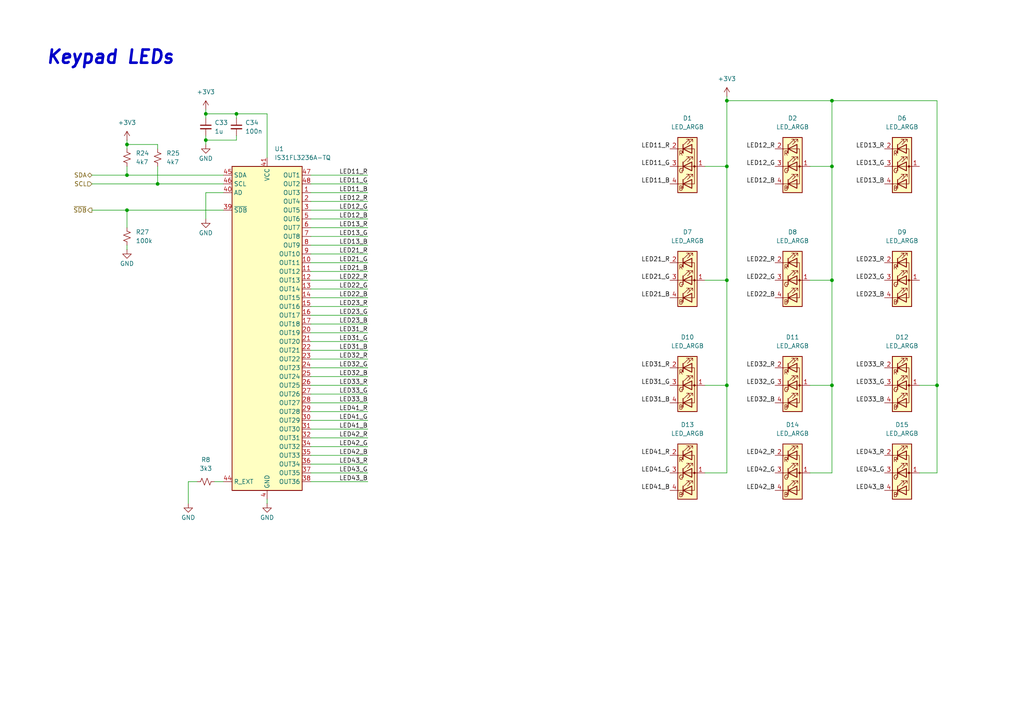
<source format=kicad_sch>
(kicad_sch (version 20250114) (generator "eeschema") (generator_version "9.0")
  (paper "A4")
  (title_block (title "Bluetooth Keypad and USB Hub") (date "2025-12-13") (rev "0") (company "B. Kuhn"))
  (lib_symbols
    (symbol "Device:C_Small" (pin_numbers (hide yes)) (pin_names (offset 0.254) (hide yes))
      (property "Reference" "C" (at 0.254 1.778 0))
      (property "Value" "C_Small" (at 0.254 -2.032 0))
      (symbol "C_Small_0_1"
        (polyline (pts (xy -1.524 0.508) (xy 1.524 0.508)) (stroke (width 0.3048)))
        (polyline (pts (xy -1.524 -0.508) (xy 1.524 -0.508)) (stroke (width 0.3302)))
      )
      (symbol "C_Small_1_1"
        (pin passive line (at 0 2.54 270) (length 2.032) (name "~") (number "1"))
        (pin passive line (at 0 -2.54 90) (length 2.032) (name "~") (number "2"))
      )
    )
    (symbol "Device:D" (pin_numbers (hide yes)) (pin_names (offset 1.016) (hide yes))
      (property "Reference" "D" (at 0 2.54 0))
      (property "Value" "D" (at 0 -2.54 0))
      (symbol "D_0_1"
        (polyline (pts (xy -1.27 1.27) (xy -1.27 -1.27)) (stroke (width 0.254)))
        (polyline (pts (xy 1.27 1.27) (xy 1.27 -1.27) (xy -1.27 0) (xy 1.27 1.27)) (stroke (width 0.254)))
        (polyline (pts (xy 1.27 0) (xy -1.27 0)))
      )
      (symbol "D_1_1"
        (pin passive line (at -3.81 0 0) (length 2.54) (name "K") (number "1"))
        (pin passive line (at 3.81 0 180) (length 2.54) (name "A") (number "2"))
      )
    )
    (symbol "Device:LED_ARGB" (pin_names (offset 0) (hide yes))
      (property "Reference" "D" (at 0 9.398 0))
      (property "Value" "LED_ARGB" (at 0 -8.89 0))
      (symbol "LED_ARGB_0_0"
        (text "R" (at -1.905 3.81 0) (effects (font (size 1.27 1.27))))
        (text "G" (at -1.905 -1.27 0) (effects (font (size 1.27 1.27))))
        (text "B" (at -1.905 -6.35 0) (effects (font (size 1.27 1.27))))
      )
      (symbol "LED_ARGB_0_1"
        (polyline (pts (xy -1.27 6.35) (xy -1.27 3.81)) (stroke (width 0.254)))
        (polyline (pts (xy -1.27 6.35) (xy -1.27 3.81) (xy -1.27 3.81)))
        (polyline (pts (xy -1.27 5.08) (xy -2.54 5.08)))
        (polyline (pts (xy -1.27 5.08) (xy 1.27 5.08)))
        (polyline (pts (xy -1.27 1.27) (xy -1.27 -1.27)) (stroke (width 0.254)))
        (polyline (pts (xy -1.27 1.27) (xy -1.27 -1.27) (xy -1.27 -1.27)))
        (polyline (pts (xy -1.27 0) (xy -2.54 0)))
        (polyline (pts (xy -1.27 -3.81) (xy -1.27 -6.35)) (stroke (width 0.254)))
        (polyline (pts (xy -1.27 -5.08) (xy -2.54 -5.08)))
        (polyline (pts (xy -1.27 -5.08) (xy 1.27 -5.08)))
        (polyline (pts (xy -1.016 6.35) (xy 0.508 7.874) (xy -0.254 7.874) (xy 0.508 7.874) (xy 0.508 7.112)))
        (polyline (pts (xy -1.016 1.27) (xy 0.508 2.794) (xy -0.254 2.794) (xy 0.508 2.794) (xy 0.508 2.032)))
        (polyline (pts (xy -1.016 -3.81) (xy 0.508 -2.286) (xy -0.254 -2.286) (xy 0.508 -2.286) (xy 0.508 -3.048)))
        (polyline (pts (xy 0 6.35) (xy 1.524 7.874) (xy 0.762 7.874) (xy 1.524 7.874) (xy 1.524 7.112)))
        (polyline (pts (xy 0 1.27) (xy 1.524 2.794) (xy 0.762 2.794) (xy 1.524 2.794) (xy 1.524 2.032)))
        (polyline (pts (xy 0 -3.81) (xy 1.524 -2.286) (xy 0.762 -2.286) (xy 1.524 -2.286) (xy 1.524 -3.048)))
        (polyline (pts (xy 1.27 6.35) (xy 1.27 3.81) (xy -1.27 5.08) (xy 1.27 6.35)) (stroke (width 0.254)))
        (rectangle (start 1.27 6.35) (end 1.27 6.35))
        (rectangle (start 1.27 3.81) (end 1.27 6.35))
        (polyline (pts (xy 1.27 1.27) (xy 1.27 -1.27) (xy -1.27 0) (xy 1.27 1.27)) (stroke (width 0.254)))
        (rectangle (start 1.27 1.27) (end 1.27 1.27))
        (polyline (pts (xy 1.27 0) (xy -1.27 0)))
        (polyline (pts (xy 1.27 0) (xy 2.54 0)))
        (rectangle (start 1.27 -1.27) (end 1.27 1.27))
        (polyline (pts (xy 1.27 -3.81) (xy 1.27 -6.35) (xy -1.27 -5.08) (xy 1.27 -3.81)) (stroke (width 0.254)))
        (polyline (pts (xy 1.27 -5.08) (xy 2.032 -5.08) (xy 2.032 5.08) (xy 1.27 5.08)))
        (circle (center 2.032 0) (radius 0.254) (fill (type outline)))
        (rectangle (start 2.794 8.382) (end -2.794 -7.62) (stroke (width 0.254)) (fill (type background)))
      )
      (symbol "LED_ARGB_1_1"
        (pin passive line (at -5.08 5.08 0) (length 2.54) (name "RK") (number "2"))
        (pin passive line (at -5.08 0 0) (length 2.54) (name "GK") (number "3"))
        (pin passive line (at -5.08 -5.08 0) (length 2.54) (name "BK") (number "4"))
        (pin passive line (at 5.08 0 180) (length 2.54) (name "A") (number "1"))
      )
    )
    (symbol "Device:R_Small_US" (pin_numbers (hide yes)) (pin_names (offset 0.254) (hide yes))
      (property "Reference" "R" (at 0.762 0.508 0))
      (property "Value" "R_Small_US" (at 0.762 -1.016 0))
      (symbol "R_Small_US_1_1"
        (polyline (pts (xy 0 1.524) (xy 1.016 1.143) (xy 0 0.762) (xy -1.016 0.381) (xy 0 0)))
        (polyline (pts (xy 0 0) (xy 1.016 -0.381) (xy 0 -0.762) (xy -1.016 -1.143) (xy 0 -1.524)))
        (pin passive line (at 0 2.54 270) (length 1.016) (name "~") (number "1"))
        (pin passive line (at 0 -2.54 90) (length 1.016) (name "~") (number "2"))
      )
    )
    (symbol "Driver_LED:IS31FL3236A-TQ"
      (property "Reference" "U" (at -8.89 46.99 0))
      (property "Value" "IS31FL3236A-TQ" (at 10.16 46.99 0))
      (symbol "IS31FL3236A-TQ_0_1"
        (rectangle (start -10.16 45.72) (end 10.16 -48.26) (stroke (width 0.254)) (fill (type background)))
      )
      (symbol "IS31FL3236A-TQ_1_1"
        (pin open_collector line (at -12.7 43.18 0) (length 2.54) (name "SDA") (number "45"))
        (pin input line (at -12.7 40.64 0) (length 2.54) (name "SCL") (number "46"))
        (pin input line (at -12.7 38.1 0) (length 2.54) (name "AD") (number "40"))
        (pin input line (at -12.7 33.02 0) (length 2.54) (name "~{SDB}") (number "39"))
        (pin passive line (at -12.7 -45.72 0) (length 2.54) (name "R_EXT") (number "44"))
        (pin power_in line (at 0 48.26 270) (length 2.54) (name "VCC") (number "41"))
        (pin passive line (at 0 -50.8 90) (length 2.54) (hide yes) (name "GND") (number "18"))
        (pin passive line (at 0 -50.8 90) (length 2.54) (hide yes) (name "GND") (number "19"))
        (pin passive line (at 0 -50.8 90) (length 2.54) (hide yes) (name "GND") (number "33"))
        (pin power_in line (at 0 -50.8 90) (length 2.54) (name "GND") (number "4"))
        (pin passive line (at 0 -50.8 90) (length 2.54) (hide yes) (name "GND") (number "42"))
        (pin passive line (at 0 -50.8 90) (length 2.54) (hide yes) (name "GND") (number "43"))
        (pin passive line (at 0 -50.8 90) (length 2.54) (hide yes) (name "GND") (number "49"))
        (pin output line (at 12.7 43.18 180) (length 2.54) (name "OUT1") (number "47"))
        (pin output line (at 12.7 40.64 180) (length 2.54) (name "OUT2") (number "48"))
        (pin output line (at 12.7 38.1 180) (length 2.54) (name "OUT3") (number "1"))
        (pin output line (at 12.7 35.56 180) (length 2.54) (name "OUT4") (number "2"))
        (pin output line (at 12.7 33.02 180) (length 2.54) (name "OUT5") (number "3"))
        (pin output line (at 12.7 30.48 180) (length 2.54) (name "OUT6") (number "5"))
        (pin output line (at 12.7 27.94 180) (length 2.54) (name "OUT7") (number "6"))
        (pin output line (at 12.7 25.4 180) (length 2.54) (name "OUT8") (number "7"))
        (pin output line (at 12.7 22.86 180) (length 2.54) (name "OUT9") (number "8"))
        (pin output line (at 12.7 20.32 180) (length 2.54) (name "OUT10") (number "9"))
        (pin output line (at 12.7 17.78 180) (length 2.54) (name "OUT11") (number "10"))
        (pin output line (at 12.7 15.24 180) (length 2.54) (name "OUT12") (number "11"))
        (pin output line (at 12.7 12.7 180) (length 2.54) (name "OUT13") (number "12"))
        (pin output line (at 12.7 10.16 180) (length 2.54) (name "OUT14") (number "13"))
        (pin output line (at 12.7 7.62 180) (length 2.54) (name "OUT15") (number "14"))
        (pin output line (at 12.7 5.08 180) (length 2.54) (name "OUT16") (number "15"))
        (pin output line (at 12.7 2.54 180) (length 2.54) (name "OUT17") (number "16"))
        (pin output line (at 12.7 0 180) (length 2.54) (name "OUT18") (number "17"))
        (pin output line (at 12.7 -2.54 180) (length 2.54) (name "OUT19") (number "20"))
        (pin output line (at 12.7 -5.08 180) (length 2.54) (name "OUT20") (number "21"))
        (pin output line (at 12.7 -7.62 180) (length 2.54) (name "OUT21") (number "22"))
        (pin output line (at 12.7 -10.16 180) (length 2.54) (name "OUT22") (number "23"))
        (pin output line (at 12.7 -12.7 180) (length 2.54) (name "OUT23") (number "24"))
        (pin output line (at 12.7 -15.24 180) (length 2.54) (name "OUT24") (number "25"))
        (pin output line (at 12.7 -17.78 180) (length 2.54) (name "OUT25") (number "26"))
        (pin output line (at 12.7 -20.32 180) (length 2.54) (name "OUT26") (number "27"))
        (pin output line (at 12.7 -22.86 180) (length 2.54) (name "OUT27") (number "28"))
        (pin output line (at 12.7 -25.4 180) (length 2.54) (name "OUT28") (number "29"))
        (pin output line (at 12.7 -27.94 180) (length 2.54) (name "OUT29") (number "30"))
        (pin output line (at 12.7 -30.48 180) (length 2.54) (name "OUT30") (number "31"))
        (pin output line (at 12.7 -33.02 180) (length 2.54) (name "OUT31") (number "32"))
        (pin output line (at 12.7 -35.56 180) (length 2.54) (name "OUT32") (number "34"))
        (pin output line (at 12.7 -38.1 180) (length 2.54) (name "OUT33") (number "35"))
        (pin output line (at 12.7 -40.64 180) (length 2.54) (name "OUT34") (number "36"))
        (pin output line (at 12.7 -43.18 180) (length 2.54) (name "OUT35") (number "37"))
        (pin output line (at 12.7 -45.72 180) (length 2.54) (name "OUT36") (number "38"))
      )
    )
    (symbol "Switch:SW_Push" (pin_numbers (hide yes)) (pin_names (offset 1.016) (hide yes))
      (property "Reference" "SW" (at 1.27 2.54 0))
      (property "Value" "SW_Push" (at 0 -1.524 0))
      (symbol "SW_Push_0_1"
        (circle (center -2.032 0) (radius 0.508))
        (polyline (pts (xy 0 1.27) (xy 0 3.048)))
        (circle (center 2.032 0) (radius 0.508))
        (polyline (pts (xy 2.54 1.27) (xy -2.54 1.27)))
        (pin passive line (at -5.08 0 0) (length 2.54) (name "1") (number "1"))
        (pin passive line (at 5.08 0 180) (length 2.54) (name "2") (number "2"))
      )
    )
    (symbol "power:+3V3" (power) (pin_numbers (hide yes)) (pin_names (offset 0) (hide yes))
      (property "Value" "+3V3" (at 0 3.556 0))
      (symbol "+3V3_0_1"
        (polyline (pts (xy -0.762 1.27) (xy 0 2.54)))
        (polyline (pts (xy 0 2.54) (xy 0.762 1.27)))
        (polyline (pts (xy 0 0) (xy 0 2.54)))
      )
      (symbol "+3V3_1_1"
        (pin power_in line (at 0 0 90) (length 0) (name "~") (number "1"))
      )
    )
    (symbol "power:GND" (power) (pin_numbers (hide yes)) (pin_names (offset 0) (hide yes))
      (property "Value" "GND" (at 0 -3.81 0))
      (symbol "GND_0_1"
        (polyline (pts (xy 0 0) (xy 0 -1.27) (xy 1.27 -1.27) (xy 0 -2.54) (xy -1.27 -1.27) (xy 0 -1.27)))
      )
      (symbol "GND_1_1"
        (pin power_in line (at 0 0 270) (length 0) (name "~") (number "1"))
      )
    )
  )
  (text "Keypad LEDs" (at 13.208 14.478 0) (effects (font (size 3.81 3.81) (thickness 0.762) (bold yes) (italic yes)) (justify left top)))
  (junction (at 271.78 111.76))
  (junction (at 210.82 48.26))
  (junction (at 341.63 55.88))
  (junction (at 59.69 40.64))
  (junction (at 210.82 29.21))
  (junction (at 241.3 48.26))
  (junction (at 36.83 50.8))
  (junction (at 394.97 60.96))
  (junction (at 36.83 60.96))
  (junction (at 241.3 81.28))
  (junction (at 68.58 33.02))
  (junction (at 372.11 55.88))
  (junction (at 425.45 91.44))
  (junction (at 394.97 76.2))
  (junction (at 372.11 40.64))
  (junction (at 210.82 81.28))
  (junction (at 341.63 40.64))
  (junction (at 36.83 41.91))
  (junction (at 425.45 45.72))
  (junction (at 241.3 111.76))
  (junction (at 394.97 91.44))
  (junction (at 210.82 111.76))
  (junction (at 241.3 29.21))
  (junction (at 425.45 60.96))
  (junction (at 59.69 33.02))
  (junction (at 402.59 55.88))
  (junction (at 425.45 76.2))
  (junction (at 372.11 71.12))
  (junction (at 402.59 40.64))
  (junction (at 45.72 53.34))
  (junction (at 394.97 45.72))
  (junction (at 402.59 71.12))
  (junction (at 341.63 71.12))
  (wire (pts (xy 241.3 81.28) (xy 241.3 48.26)))
  (wire (pts (xy 90.17 116.84) (xy 106.68 116.84)))
  (wire (pts (xy 425.45 60.96) (xy 427.99 60.96)))
  (wire (pts (xy 241.3 111.76) (xy 241.3 81.28)))
  (wire (pts (xy 36.83 60.96) (xy 64.77 60.96)))
  (wire (pts (xy 90.17 71.12) (xy 106.68 71.12)))
  (wire (pts (xy 415.29 71.12) (xy 416.56 71.12)))
  (wire (pts (xy 364.49 45.72) (xy 394.97 45.72)))
  (wire (pts (xy 364.49 40.64) (xy 363.22 40.64)))
  (wire (pts (xy 90.17 134.62) (xy 106.68 134.62)))
  (wire (pts (xy 36.83 60.96) (xy 36.83 66.04)))
  (wire (pts (xy 36.83 48.26) (xy 36.83 50.8)))
  (wire (pts (xy 45.72 41.91) (xy 45.72 43.18)))
  (wire (pts (xy 394.97 91.44) (xy 425.45 91.44)))
  (wire (pts (xy 90.17 101.6) (xy 106.68 101.6)))
  (wire (pts (xy 90.17 109.22) (xy 106.68 109.22)))
  (wire (pts (xy 90.17 121.92) (xy 106.68 121.92)))
  (wire (pts (xy 394.97 55.88) (xy 394.97 60.96)))
  (wire (pts (xy 68.58 40.64) (xy 59.69 40.64)))
  (wire (pts (xy 364.49 55.88) (xy 364.49 60.96)))
  (wire (pts (xy 425.45 45.72) (xy 427.99 45.72)))
  (wire (pts (xy 234.95 111.76) (xy 241.3 111.76)))
  (wire (pts (xy 204.47 81.28) (xy 210.82 81.28)))
  (wire (pts (xy 77.47 33.02) (xy 68.58 33.02)))
  (wire (pts (xy 271.78 29.21) (xy 271.78 111.76)))
  (wire (pts (xy 372.11 55.88) (xy 372.11 40.64)))
  (wire (pts (xy 364.49 60.96) (xy 394.97 60.96)))
  (wire (pts (xy 372.11 55.88) (xy 374.65 55.88)))
  (wire (pts (xy 364.49 55.88) (xy 363.22 55.88)))
  (wire (pts (xy 425.45 91.44) (xy 427.99 91.44)))
  (wire (pts (xy 26.67 50.8) (xy 36.83 50.8)))
  (wire (pts (xy 341.63 40.64) (xy 341.63 55.88)))
  (wire (pts (xy 36.83 41.91) (xy 36.83 40.64)))
  (wire (pts (xy 372.11 40.64) (xy 374.65 40.64)))
  (wire (pts (xy 90.17 76.2) (xy 106.68 76.2)))
  (wire (pts (xy 364.49 86.36) (xy 364.49 91.44)))
  (wire (pts (xy 90.17 132.08) (xy 106.68 132.08)))
  (wire (pts (xy 59.69 39.37) (xy 59.69 40.64)))
  (wire (pts (xy 204.47 111.76) (xy 210.82 111.76)))
  (wire (pts (xy 393.7 55.88) (xy 394.97 55.88)))
  (wire (pts (xy 364.49 86.36) (xy 363.22 86.36)))
  (wire (pts (xy 393.7 40.64) (xy 394.97 40.64)))
  (wire (pts (xy 425.45 86.36) (xy 425.45 91.44)))
  (wire (pts (xy 90.17 106.68) (xy 106.68 106.68)))
  (wire (pts (xy 90.17 99.06) (xy 106.68 99.06)))
  (wire (pts (xy 402.59 71.12) (xy 402.59 86.36)))
  (wire (pts (xy 77.47 45.72) (xy 77.47 33.02)))
  (wire (pts (xy 26.67 53.34) (xy 45.72 53.34)))
  (wire (pts (xy 62.23 139.7) (xy 64.77 139.7)))
  (wire (pts (xy 341.63 55.88) (xy 341.63 71.12)))
  (wire (pts (xy 210.82 27.94) (xy 210.82 29.21)))
  (wire (pts (xy 393.7 71.12) (xy 394.97 71.12)))
  (wire (pts (xy 59.69 31.75) (xy 59.69 33.02)))
  (wire (pts (xy 341.63 40.64) (xy 344.17 40.64)))
  (wire (pts (xy 341.63 55.88) (xy 344.17 55.88)))
  (wire (pts (xy 415.29 55.88) (xy 416.56 55.88)))
  (wire (pts (xy 59.69 55.88) (xy 59.69 63.5)))
  (wire (pts (xy 90.17 81.28) (xy 106.68 81.28)))
  (wire (pts (xy 341.63 71.12) (xy 341.63 86.36)))
  (wire (pts (xy 90.17 104.14) (xy 106.68 104.14)))
  (wire (pts (xy 204.47 137.16) (xy 210.82 137.16)))
  (wire (pts (xy 90.17 63.5) (xy 106.68 63.5)))
  (wire (pts (xy 90.17 96.52) (xy 106.68 96.52)))
  (wire (pts (xy 271.78 111.76) (xy 271.78 137.16)))
  (wire (pts (xy 90.17 60.96) (xy 106.68 60.96)))
  (wire (pts (xy 90.17 119.38) (xy 106.68 119.38)))
  (wire (pts (xy 354.33 40.64) (xy 355.6 40.64)))
  (wire (pts (xy 354.33 86.36) (xy 355.6 86.36)))
  (wire (pts (xy 90.17 88.9) (xy 106.68 88.9)))
  (wire (pts (xy 394.97 60.96) (xy 425.45 60.96)))
  (wire (pts (xy 90.17 86.36) (xy 106.68 86.36)))
  (wire (pts (xy 364.49 71.12) (xy 363.22 71.12)))
  (wire (pts (xy 425.45 55.88) (xy 425.45 60.96)))
  (wire (pts (xy 90.17 91.44) (xy 106.68 91.44)))
  (wire (pts (xy 354.33 71.12) (xy 355.6 71.12)))
  (wire (pts (xy 394.97 71.12) (xy 394.97 76.2)))
  (wire (pts (xy 90.17 53.34) (xy 106.68 53.34)))
  (wire (pts (xy 364.49 40.64) (xy 364.49 45.72)))
  (wire (pts (xy 90.17 139.7) (xy 106.68 139.7)))
  (wire (pts (xy 402.59 24.13) (xy 403.86 24.13)))
  (wire (pts (xy 90.17 83.82) (xy 106.68 83.82)))
  (wire (pts (xy 90.17 111.76) (xy 106.68 111.76)))
  (wire (pts (xy 364.49 76.2) (xy 394.97 76.2)))
  (wire (pts (xy 266.7 111.76) (xy 271.78 111.76)))
  (wire (pts (xy 425.45 71.12) (xy 425.45 76.2)))
  (wire (pts (xy 90.17 93.98) (xy 106.68 93.98)))
  (wire (pts (xy 36.83 50.8) (xy 64.77 50.8)))
  (wire (pts (xy 372.11 40.64) (xy 372.11 24.13)))
  (wire (pts (xy 210.82 48.26) (xy 210.82 29.21)))
  (wire (pts (xy 402.59 86.36) (xy 405.13 86.36)))
  (wire (pts (xy 364.49 91.44) (xy 394.97 91.44)))
  (wire (pts (xy 241.3 137.16) (xy 241.3 111.76)))
  (wire (pts (xy 90.17 137.16) (xy 106.68 137.16)))
  (wire (pts (xy 402.59 55.88) (xy 405.13 55.88)))
  (wire (pts (xy 90.17 73.66) (xy 106.68 73.66)))
  (wire (pts (xy 394.97 76.2) (xy 425.45 76.2)))
  (wire (pts (xy 68.58 33.02) (xy 59.69 33.02)))
  (wire (pts (xy 384.81 40.64) (xy 386.08 40.64)))
  (wire (pts (xy 77.47 144.78) (xy 77.47 146.05)))
  (wire (pts (xy 364.49 71.12) (xy 364.49 76.2)))
  (wire (pts (xy 54.61 139.7) (xy 57.15 139.7)))
  (wire (pts (xy 424.18 55.88) (xy 425.45 55.88)))
  (wire (pts (xy 372.11 86.36) (xy 374.65 86.36)))
  (wire (pts (xy 372.11 71.12) (xy 372.11 86.36)))
  (wire (pts (xy 234.95 48.26) (xy 241.3 48.26)))
  (wire (pts (xy 372.11 24.13) (xy 373.38 24.13)))
  (wire (pts (xy 241.3 48.26) (xy 241.3 29.21)))
  (wire (pts (xy 204.47 48.26) (xy 210.82 48.26)))
  (wire (pts (xy 90.17 78.74) (xy 106.68 78.74)))
  (wire (pts (xy 26.67 60.96) (xy 36.83 60.96)))
  (wire (pts (xy 424.18 71.12) (xy 425.45 71.12)))
  (wire (pts (xy 341.63 86.36) (xy 344.17 86.36)))
  (wire (pts (xy 90.17 58.42) (xy 106.68 58.42)))
  (wire (pts (xy 271.78 137.16) (xy 266.7 137.16)))
  (wire (pts (xy 384.81 55.88) (xy 386.08 55.88)))
  (wire (pts (xy 210.82 29.21) (xy 241.3 29.21)))
  (wire (pts (xy 59.69 55.88) (xy 64.77 55.88)))
  (wire (pts (xy 402.59 55.88) (xy 402.59 40.64)))
  (wire (pts (xy 415.29 40.64) (xy 416.56 40.64)))
  (wire (pts (xy 341.63 24.13) (xy 342.9 24.13)))
  (wire (pts (xy 393.7 86.36) (xy 394.97 86.36)))
  (wire (pts (xy 394.97 40.64) (xy 394.97 45.72)))
  (wire (pts (xy 210.82 81.28) (xy 210.82 48.26)))
  (wire (pts (xy 54.61 146.05) (xy 54.61 139.7)))
  (wire (pts (xy 425.45 40.64) (xy 425.45 45.72)))
  (wire (pts (xy 68.58 33.02) (xy 68.58 34.29)))
  (wire (pts (xy 372.11 71.12) (xy 374.65 71.12)))
  (wire (pts (xy 36.83 71.12) (xy 36.83 72.39)))
  (wire (pts (xy 90.17 127) (xy 106.68 127)))
  (wire (pts (xy 415.29 86.36) (xy 416.56 86.36)))
  (wire (pts (xy 354.33 55.88) (xy 355.6 55.88)))
  (wire (pts (xy 341.63 24.13) (xy 341.63 40.64)))
  (wire (pts (xy 45.72 48.26) (xy 45.72 53.34)))
  (wire (pts (xy 45.72 41.91) (xy 36.83 41.91)))
  (wire (pts (xy 90.17 68.58) (xy 106.68 68.58)))
  (wire (pts (xy 425.45 76.2) (xy 427.99 76.2)))
  (wire (pts (xy 241.3 29.21) (xy 271.78 29.21)))
  (wire (pts (xy 90.17 114.3) (xy 106.68 114.3)))
  (wire (pts (xy 424.18 40.64) (xy 425.45 40.64)))
  (wire (pts (xy 90.17 66.04) (xy 106.68 66.04)))
  (wire (pts (xy 402.59 40.64) (xy 402.59 24.13)))
  (wire (pts (xy 90.17 124.46) (xy 106.68 124.46)))
  (wire (pts (xy 59.69 33.02) (xy 59.69 34.29)))
  (wire (pts (xy 90.17 55.88) (xy 106.68 55.88)))
  (wire (pts (xy 68.58 39.37) (xy 68.58 40.64)))
  (wire (pts (xy 210.82 111.76) (xy 210.82 81.28)))
  (wire (pts (xy 384.81 71.12) (xy 386.08 71.12)))
  (wire (pts (xy 36.83 41.91) (xy 36.83 43.18)))
  (wire (pts (xy 59.69 40.64) (xy 59.69 41.91)))
  (wire (pts (xy 394.97 45.72) (xy 425.45 45.72)))
  (wire (pts (xy 424.18 86.36) (xy 425.45 86.36)))
  (wire (pts (xy 394.97 86.36) (xy 394.97 91.44)))
  (wire (pts (xy 90.17 50.8) (xy 106.68 50.8)))
  (wire (pts (xy 210.82 137.16) (xy 210.82 111.76)))
  (wire (pts (xy 402.59 71.12) (xy 402.59 55.88)))
  (wire (pts (xy 234.95 137.16) (xy 241.3 137.16)))
  (wire (pts (xy 45.72 53.34) (xy 64.77 53.34)))
  (wire (pts (xy 402.59 71.12) (xy 405.13 71.12)))
  (wire (pts (xy 372.11 71.12) (xy 372.11 55.88)))
  (wire (pts (xy 402.59 40.64) (xy 405.13 40.64)))
  (wire (pts (xy 384.81 86.36) (xy 386.08 86.36)))
  (wire (pts (xy 90.17 129.54) (xy 106.68 129.54)))
  (wire (pts (xy 234.95 81.28) (xy 241.3 81.28)))
  (wire (pts (xy 341.63 71.12) (xy 344.17 71.12)))
  (label "LED41_R" (at 194.31 132.08 180))
  (label "LED33_G" (at 256.54 111.76 180))
  (label "LED22_B" (at 106.68 86.36 180))
  (label "LED13_G" (at 256.54 48.26 180))
  (label "LED31_G" (at 106.68 99.06 180))
  (label "LED23_G" (at 106.68 91.44 180))
  (label "LED33_R" (at 256.54 106.68 180))
  (label "LED23_B" (at 106.68 93.98 180))
  (label "LED21_G" (at 194.31 81.28 180))
  (label "LED33_B" (at 106.68 116.84 180))
  (label "LED41_B" (at 106.68 124.46 180))
  (label "LED42_R" (at 106.68 127 180))
  (label "LED21_B" (at 106.68 78.74 180))
  (label "LED21_R" (at 194.31 76.2 180))
  (label "LED31_B" (at 194.31 116.84 180))
  (label "LED21_B" (at 194.31 86.36 180))
  (label "LED22_G" (at 106.68 83.82 180))
  (label "LED43_G" (at 106.68 137.16 180))
  (label "LED32_G" (at 106.68 106.68 180))
  (label "LED42_G" (at 224.79 137.16 180))
  (label "LED43_R" (at 106.68 134.62 180))
  (label "LED11_G" (at 194.31 48.26 180))
  (label "LED33_R" (at 106.68 111.76 180))
  (label "LED21_G" (at 106.68 76.2 180))
  (label "LED41_B" (at 194.31 142.24 180))
  (label "LED23_R" (at 256.54 76.2 180))
  (label "LED12_R" (at 224.79 43.18 180))
  (label "LED23_G" (at 256.54 81.28 180))
  (label "LED43_B" (at 256.54 142.24 180))
  (label "LED12_G" (at 106.68 60.96 180))
  (label "LED11_G" (at 106.68 53.34 180))
  (label "LED11_R" (at 106.68 50.8 180))
  (label "LED12_R" (at 106.68 58.42 180))
  (label "LED21_R" (at 106.68 73.66 180))
  (label "LED33_B" (at 256.54 116.84 180))
  (label "LED31_R" (at 106.68 96.52 180))
  (label "LED41_R" (at 106.68 119.38 180))
  (label "LED13_G" (at 106.68 68.58 180))
  (label "LED32_G" (at 224.79 111.76 180))
  (label "LED12_B" (at 224.79 53.34 180))
  (label "LED41_G" (at 106.68 121.92 180))
  (label "LED42_R" (at 224.79 132.08 180))
  (label "LED13_R" (at 256.54 43.18 180))
  (label "LED12_B" (at 106.68 63.5 180))
  (label "LED13_B" (at 256.54 53.34 180))
  (label "LED22_B" (at 224.79 86.36 180))
  (label "LED13_R" (at 106.68 66.04 180))
  (label "LED43_B" (at 106.68 139.7 180))
  (label "LED32_R" (at 224.79 106.68 180))
  (label "LED13_B" (at 106.68 71.12 180))
  (label "LED12_G" (at 224.79 48.26 180))
  (label "LED22_R" (at 106.68 81.28 180))
  (label "LED43_R" (at 256.54 132.08 180))
  (label "LED11_B" (at 194.31 53.34 180))
  (label "LED22_R" (at 224.79 76.2 180))
  (label "LED42_B" (at 106.68 132.08 180))
  (label "LED23_R" (at 106.68 88.9 180))
  (label "LED42_G" (at 106.68 129.54 180))
  (label "LED42_B" (at 224.79 142.24 180))
  (label "LED11_R" (at 194.31 43.18 180))
  (label "LED31_R" (at 194.31 106.68 180))
  (label "LED32_B" (at 224.79 116.84 180))
  (label "LED32_B" (at 106.68 109.22 180))
  (label "LED31_G" (at 194.31 111.76 180))
  (label "LED32_R" (at 106.68 104.14 180))
  (label "LED41_G" (at 194.31 137.16 180))
  (label "LED23_B" (at 256.54 86.36 180))
  (label "LED22_G" (at 224.79 81.28 180))
  (label "LED11_B" (at 106.68 55.88 180))
  (label "LED33_G" (at 106.68 114.3 180))
  (label "LED31_B" (at 106.68 101.6 180))
  (label "LED43_G" (at 256.54 137.16 180))
  (hierarchical_label "KEYP_COL1" (shape output) (at 342.9 24.13 0))
  (hierarchical_label "KEYP_COL3" (shape output) (at 403.86 24.13 0))
  (hierarchical_label "KEYP_ROW3" (shape output) (at 427.99 76.2 0))
  (hierarchical_label "SCL" (shape input) (at 26.67 53.34 180))
  (hierarchical_label "KEYP_ROW2" (shape output) (at 427.99 60.96 0))
  (hierarchical_label "KEYP_ROW1" (shape output) (at 427.99 45.72 0))
  (hierarchical_label "KEYP_ROW4" (shape output) (at 427.99 91.44 0))
  (hierarchical_label "KEYP_COL2" (shape output) (at 373.38 24.13 0))
  (hierarchical_label "SDA" (shape bidirectional) (at 26.67 50.8 180))
  (hierarchical_label "~{SDB}" (shape output) (at 26.67 60.96 180))
  (symbol (lib_id "Device:D") (at 389.89 40.64 180) (unit 1)
    (property "Reference" "D18" (at 389.89 34.29 0))
    (property "Value" "D" (at 389.89 36.83 0))
    (property "Description" "Diode" (effects (hide yes)))
    (property "Sim.Device" "D" (effects (hide yes)))
    (property "Sim.Pins" "1=K 2=A" (effects (hide yes)))
  )
  (symbol (lib_id "power:+3V3") (at 210.82 27.94 0) (unit 1)
    (property "Reference" "#PWR025" (effects (hide yes)))
    (property "Value" "+3V3" (at 210.82 22.86 0))
    (property "Description" "Power symbol creates a global label with name \"+3V3\"" (effects (hide yes)))
  )
  (symbol (lib_id "power:GND") (at 36.83 72.39 0) (unit 1)
    (property "Reference" "#PWR060" (effects (hide yes)))
    (property "Value" "GND" (at 36.83 76.454 0))
    (property "Description" "Power symbol creates a global label with name \"GND\" , ground" (effects (hide yes)))
  )
  (symbol (lib_id "Device:D") (at 389.89 55.88 180) (unit 1)
    (property "Reference" "D21" (at 389.89 49.53 0))
    (property "Value" "D" (at 389.89 52.07 0))
    (property "Description" "Diode" (effects (hide yes)))
    (property "Sim.Device" "D" (effects (hide yes)))
    (property "Sim.Pins" "1=K 2=A" (effects (hide yes)))
  )
  (symbol (lib_id "Switch:SW_Push") (at 349.25 40.64 0) (unit 1)
    (property "Reference" "SW2" (at 349.25 33.02 0))
    (property "Value" "SW_Push" (at 349.25 35.56 0))
    (property "Description" "Push button switch, generic, two pins" (effects (hide yes)))
  )
  (symbol (lib_id "Switch:SW_Push") (at 349.25 55.88 0) (unit 1)
    (property "Reference" "SW5" (at 349.25 48.26 0))
    (property "Value" "SW_Push" (at 349.25 50.8 0))
    (property "Description" "Push button switch, generic, two pins" (effects (hide yes)))
  )
  (symbol (lib_id "Device:C_Small") (at 59.69 36.83 0) (unit 1)
    (property "Reference" "C33" (at 62.23 35.5662 0) (effects (justify left)))
    (property "Value" "1u" (at 62.23 38.1062 0) (effects (justify left)))
    (property "Description" "Unpolarized capacitor, small symbol" (effects (hide yes)))
  )
  (symbol (lib_id "Device:LED_ARGB") (at 261.62 137.16 0) (unit 1)
    (property "Reference" "D15" (at 261.62 123.19 0))
    (property "Value" "LED_ARGB" (at 261.62 125.73 0))
    (property "Description" "RGB LED, anode/red/green/blue" (effects (hide yes)))
  )
  (symbol (lib_id "Device:LED_ARGB") (at 199.39 111.76 0) (unit 1)
    (property "Reference" "D10" (at 199.39 97.79 0))
    (property "Value" "LED_ARGB" (at 199.39 100.33 0))
    (property "Description" "RGB LED, anode/red/green/blue" (effects (hide yes)))
  )
  (symbol (lib_id "Switch:SW_Push") (at 379.73 40.64 0) (unit 1)
    (property "Reference" "SW3" (at 379.73 33.02 0))
    (property "Value" "SW_Push" (at 379.73 35.56 0))
    (property "Description" "Push button switch, generic, two pins" (effects (hide yes)))
  )
  (symbol (lib_id "Device:D") (at 359.41 86.36 180) (unit 1)
    (property "Reference" "D26" (at 359.41 80.01 0))
    (property "Value" "D" (at 359.41 82.55 0))
    (property "Description" "Diode" (effects (hide yes)))
    (property "Sim.Device" "D" (effects (hide yes)))
    (property "Sim.Pins" "1=K 2=A" (effects (hide yes)))
  )
  (symbol (lib_id "Device:D") (at 389.89 71.12 180) (unit 1)
    (property "Reference" "D24" (at 389.89 64.77 0))
    (property "Value" "D" (at 389.89 67.31 0))
    (property "Description" "Diode" (effects (hide yes)))
    (property "Sim.Device" "D" (effects (hide yes)))
    (property "Sim.Pins" "1=K 2=A" (effects (hide yes)))
  )
  (symbol (lib_id "Switch:SW_Push") (at 379.73 55.88 0) (unit 1)
    (property "Reference" "SW6" (at 379.73 48.26 0))
    (property "Value" "SW_Push" (at 379.73 50.8 0))
    (property "Description" "Push button switch, generic, two pins" (effects (hide yes)))
  )
  (symbol (lib_id "Switch:SW_Push") (at 410.21 55.88 0) (unit 1)
    (property "Reference" "SW7" (at 410.21 48.26 0))
    (property "Value" "SW_Push" (at 410.21 50.8 0))
    (property "Description" "Push button switch, generic, two pins" (effects (hide yes)))
  )
  (symbol (lib_id "Device:D") (at 420.37 71.12 180) (unit 1)
    (property "Reference" "D25" (at 420.37 64.77 0))
    (property "Value" "D" (at 420.37 67.31 0))
    (property "Description" "Diode" (effects (hide yes)))
    (property "Sim.Device" "D" (effects (hide yes)))
    (property "Sim.Pins" "1=K 2=A" (effects (hide yes)))
  )
  (symbol (lib_id "Device:LED_ARGB") (at 199.39 137.16 0) (unit 1)
    (property "Reference" "D13" (at 199.39 123.19 0))
    (property "Value" "LED_ARGB" (at 199.39 125.73 0))
    (property "Description" "RGB LED, anode/red/green/blue" (effects (hide yes)))
  )
  (symbol (lib_id "Device:LED_ARGB") (at 229.87 137.16 0) (unit 1)
    (property "Reference" "D14" (at 229.87 123.19 0))
    (property "Value" "LED_ARGB" (at 229.87 125.73 0))
    (property "Description" "RGB LED, anode/red/green/blue" (effects (hide yes)))
  )
  (symbol (lib_id "Device:LED_ARGB") (at 229.87 111.76 0) (unit 1)
    (property "Reference" "D11" (at 229.87 97.79 0))
    (property "Value" "LED_ARGB" (at 229.87 100.33 0))
    (property "Description" "RGB LED, anode/red/green/blue" (effects (hide yes)))
  )
  (symbol (lib_id "Switch:SW_Push") (at 379.73 71.12 0) (unit 1)
    (property "Reference" "SW9" (at 379.73 63.5 0))
    (property "Value" "SW_Push" (at 379.73 66.04 0))
    (property "Description" "Push button switch, generic, two pins" (effects (hide yes)))
  )
  (symbol (lib_id "Device:D") (at 359.41 40.64 180) (unit 1)
    (property "Reference" "D17" (at 359.41 34.29 0))
    (property "Value" "D" (at 359.41 36.83 0))
    (property "Description" "Diode" (effects (hide yes)))
    (property "Sim.Device" "D" (effects (hide yes)))
    (property "Sim.Pins" "1=K 2=A" (effects (hide yes)))
  )
  (symbol (lib_id "Switch:SW_Push") (at 349.25 71.12 0) (unit 1)
    (property "Reference" "SW8" (at 349.25 63.5 0))
    (property "Value" "SW_Push" (at 349.25 66.04 0))
    (property "Description" "Push button switch, generic, two pins" (effects (hide yes)))
  )
  (symbol (lib_id "Driver_LED:IS31FL3236A-TQ") (at 77.47 93.98 0) (unit 1)
    (property "Reference" "U1" (at 79.6133 43.18 0) (effects (justify left)))
    (property "Value" "IS31FL3236A-TQ" (at 79.6133 45.72 0) (effects (justify left)))
    (property "Footprint" "Package_QFP:TQFP-48-1EP_7x7mm_P0.5mm_EP4.11x4.11mm" (effects (hide yes)))
    (property "Datasheet" "https://www.lumissil.com/assets/pdf/core/IS31FL3236A_DS.pdf" (effects (hide yes)))
    (property "Description" "36 LED matrix driver with 8-bit PWM, 3kHz/22kHz, eTQFP-48" (effects (hide yes)))
  )
  (symbol (lib_id "Device:LED_ARGB") (at 199.39 81.28 0) (unit 1)
    (property "Reference" "D7" (at 199.39 67.31 0))
    (property "Value" "LED_ARGB" (at 199.39 69.85 0))
    (property "Description" "RGB LED, anode/red/green/blue" (effects (hide yes)))
  )
  (symbol (lib_id "Device:LED_ARGB") (at 199.39 48.26 0) (unit 1)
    (property "Reference" "D1" (at 199.39 34.29 0))
    (property "Value" "LED_ARGB" (at 199.39 36.83 0))
    (property "Description" "RGB LED, anode/red/green/blue" (effects (hide yes)))
  )
  (symbol (lib_id "Device:R_Small_US") (at 36.83 45.72 0) (unit 1)
    (property "Reference" "R24" (at 39.37 44.4499 0) (effects (justify left)))
    (property "Value" "4k7" (at 39.37 46.9899 0) (effects (justify left)))
    (property "Description" "Resistor, small US symbol" (effects (hide yes)))
  )
  (symbol (lib_id "Device:D") (at 359.41 55.88 180) (unit 1)
    (property "Reference" "D20" (at 359.41 49.53 0))
    (property "Value" "D" (at 359.41 52.07 0))
    (property "Description" "Diode" (effects (hide yes)))
    (property "Sim.Device" "D" (effects (hide yes)))
    (property "Sim.Pins" "1=K 2=A" (effects (hide yes)))
  )
  (symbol (lib_id "Device:LED_ARGB") (at 229.87 81.28 0) (unit 1)
    (property "Reference" "D8" (at 229.87 67.31 0))
    (property "Value" "LED_ARGB" (at 229.87 69.85 0))
    (property "Description" "RGB LED, anode/red/green/blue" (effects (hide yes)))
  )
  (symbol (lib_id "power:+3V3") (at 36.83 40.64 0) (unit 1)
    (property "Reference" "#PWR061" (effects (hide yes)))
    (property "Value" "+3V3" (at 36.83 35.56 0))
    (property "Description" "Power symbol creates a global label with name \"+3V3\"" (effects (hide yes)))
  )
  (symbol (lib_id "Device:R_Small_US") (at 59.69 139.7 270) (unit 1)
    (property "Reference" "R8" (at 59.69 133.35 90))
    (property "Value" "3k3" (at 59.69 135.89 90))
    (property "Description" "Resistor, small US symbol" (effects (hide yes)))
  )
  (symbol (lib_id "Device:R_Small_US") (at 36.83 68.58 0) (unit 1)
    (property "Reference" "R27" (at 39.37 67.3099 0) (effects (justify left)))
    (property "Value" "100k" (at 39.37 69.8499 0) (effects (justify left)))
    (property "Description" "Resistor, small US symbol" (effects (hide yes)))
  )
  (symbol (lib_id "power:+3V3") (at 59.69 31.75 0) (unit 1)
    (property "Reference" "#PWR056" (effects (hide yes)))
    (property "Value" "+3V3" (at 59.69 26.67 0))
    (property "Description" "Power symbol creates a global label with name \"+3V3\"" (effects (hide yes)))
  )
  (symbol (lib_id "Device:D") (at 420.37 40.64 180) (unit 1)
    (property "Reference" "D19" (at 420.37 34.29 0))
    (property "Value" "D" (at 420.37 36.83 0))
    (property "Description" "Diode" (effects (hide yes)))
    (property "Sim.Device" "D" (effects (hide yes)))
    (property "Sim.Pins" "1=K 2=A" (effects (hide yes)))
  )
  (symbol (lib_id "Switch:SW_Push") (at 410.21 86.36 0) (unit 1)
    (property "Reference" "SW13" (at 410.21 78.74 0))
    (property "Value" "SW_Push" (at 410.21 81.28 0))
    (property "Description" "Push button switch, generic, two pins" (effects (hide yes)))
  )
  (symbol (lib_id "Switch:SW_Push") (at 410.21 71.12 0) (unit 1)
    (property "Reference" "SW10" (at 410.21 63.5 0))
    (property "Value" "SW_Push" (at 410.21 66.04 0))
    (property "Description" "Push button switch, generic, two pins" (effects (hide yes)))
  )
  (symbol (lib_id "power:GND") (at 59.69 41.91 0) (unit 1)
    (property "Reference" "#PWR057" (effects (hide yes)))
    (property "Value" "GND" (at 59.69 45.974 0))
    (property "Description" "Power symbol creates a global label with name \"GND\" , ground" (effects (hide yes)))
  )
  (symbol (lib_id "power:GND") (at 54.61 146.05 0) (unit 1)
    (property "Reference" "#PWR024" (effects (hide yes)))
    (property "Value" "GND" (at 54.61 150.114 0))
    (property "Description" "Power symbol creates a global label with name \"GND\" , ground" (effects (hide yes)))
  )
  (symbol (lib_id "Switch:SW_Push") (at 410.21 40.64 0) (unit 1)
    (property "Reference" "SW4" (at 410.21 33.02 0))
    (property "Value" "SW_Push" (at 410.21 35.56 0))
    (property "Description" "Push button switch, generic, two pins" (effects (hide yes)))
  )
  (symbol (lib_id "Device:D") (at 359.41 71.12 180) (unit 1)
    (property "Reference" "D23" (at 359.41 64.77 0))
    (property "Value" "D" (at 359.41 67.31 0))
    (property "Description" "Diode" (effects (hide yes)))
    (property "Sim.Device" "D" (effects (hide yes)))
    (property "Sim.Pins" "1=K 2=A" (effects (hide yes)))
  )
  (symbol (lib_id "Device:C_Small") (at 68.58 36.83 0) (unit 1)
    (property "Reference" "C34" (at 71.12 35.5662 0) (effects (justify left)))
    (property "Value" "100n" (at 71.12 38.1062 0) (effects (justify left)))
    (property "Description" "Unpolarized capacitor, small symbol" (effects (hide yes)))
  )
  (symbol (lib_id "Device:LED_ARGB") (at 261.62 81.28 0) (unit 1)
    (property "Reference" "D9" (at 261.62 67.31 0))
    (property "Value" "LED_ARGB" (at 261.62 69.85 0))
    (property "Description" "RGB LED, anode/red/green/blue" (effects (hide yes)))
  )
  (symbol (lib_id "Device:D") (at 420.37 86.36 180) (unit 1)
    (property "Reference" "D28" (at 420.37 80.01 0))
    (property "Value" "D" (at 420.37 82.55 0))
    (property "Description" "Diode" (effects (hide yes)))
    (property "Sim.Device" "D" (effects (hide yes)))
    (property "Sim.Pins" "1=K 2=A" (effects (hide yes)))
  )
  (symbol (lib_id "Device:LED_ARGB") (at 261.62 48.26 0) (unit 1)
    (property "Reference" "D6" (at 261.62 34.29 0))
    (property "Value" "LED_ARGB" (at 261.62 36.83 0))
    (property "Description" "RGB LED, anode/red/green/blue" (effects (hide yes)))
  )
  (symbol (lib_id "Switch:SW_Push") (at 379.73 86.36 0) (unit 1)
    (property "Reference" "SW12" (at 379.73 78.74 0))
    (property "Value" "SW_Push" (at 379.73 81.28 0))
    (property "Description" "Push button switch, generic, two pins" (effects (hide yes)))
  )
  (symbol (lib_id "Switch:SW_Push") (at 349.25 86.36 0) (unit 1)
    (property "Reference" "SW11" (at 349.25 78.74 0))
    (property "Value" "SW_Push" (at 349.25 81.28 0))
    (property "Description" "Push button switch, generic, two pins" (effects (hide yes)))
  )
  (symbol (lib_id "power:GND") (at 77.47 146.05 0) (unit 1)
    (property "Reference" "#PWR023" (effects (hide yes)))
    (property "Value" "GND" (at 77.47 150.114 0))
    (property "Description" "Power symbol creates a global label with name \"GND\" , ground" (effects (hide yes)))
  )
  (symbol (lib_id "Device:D") (at 389.89 86.36 180) (unit 1)
    (property "Reference" "D27" (at 389.89 80.01 0))
    (property "Value" "D" (at 389.89 82.55 0))
    (property "Description" "Diode" (effects (hide yes)))
    (property "Sim.Device" "D" (effects (hide yes)))
    (property "Sim.Pins" "1=K 2=A" (effects (hide yes)))
  )
  (symbol (lib_id "Device:LED_ARGB") (at 229.87 48.26 0) (unit 1)
    (property "Reference" "D2" (at 229.87 34.29 0))
    (property "Value" "LED_ARGB" (at 229.87 36.83 0))
    (property "Description" "RGB LED, anode/red/green/blue" (effects (hide yes)))
  )
  (symbol (lib_id "power:GND") (at 59.69 63.5 0) (unit 1)
    (property "Reference" "#PWR058" (effects (hide yes)))
    (property "Value" "GND" (at 59.69 67.564 0))
    (property "Description" "Power symbol creates a global label with name \"GND\" , ground" (effects (hide yes)))
  )
  (symbol (lib_id "Device:LED_ARGB") (at 261.62 111.76 0) (unit 1)
    (property "Reference" "D12" (at 261.62 97.79 0))
    (property "Value" "LED_ARGB" (at 261.62 100.33 0))
    (property "Description" "RGB LED, anode/red/green/blue" (effects (hide yes)))
  )
  (symbol (lib_id "Device:R_Small_US") (at 45.72 45.72 0) (unit 1)
    (property "Reference" "R25" (at 48.26 44.4499 0) (effects (justify left)))
    (property "Value" "4k7" (at 48.26 46.9899 0) (effects (justify left)))
    (property "Description" "Resistor, small US symbol" (effects (hide yes)))
  )
  (symbol (lib_id "Device:D") (at 420.37 55.88 180) (unit 1)
    (property "Reference" "D22" (at 420.37 49.53 0))
    (property "Value" "D" (at 420.37 52.07 0))
    (property "Description" "Diode" (effects (hide yes)))
    (property "Sim.Device" "D" (effects (hide yes)))
    (property "Sim.Pins" "1=K 2=A" (effects (hide yes)))
  )
)
</source>
